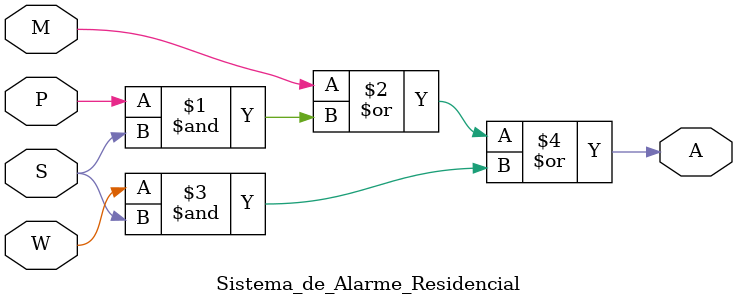
<source format=v>
module Sistema_de_Alarme_Residencial(P, W, M, S, A);

    input P, W, M, S;
    output A;
    assign A = M | P & S | W & S;

endmodule
</source>
